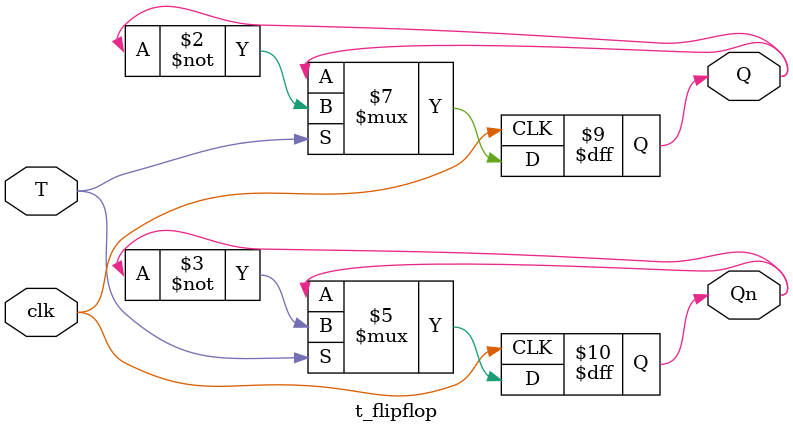
<source format=v>

module sr_flipflop(
    input S, R, clk,
    output reg Q, Qn
);
    always @(posedge clk) begin
        case ({S, R})
            2'b00: ; 
            2'b01: begin
                Q <= 1'b0;
                Qn <= 1'b1;
            end
            2'b10: begin
                Q <= 1'b1;
                Qn <= 1'b0;
            end
            2'b11: begin
                Q <= 1'bx;
                Qn <= 1'bx;
            end
        endcase
    end
endmodule

module d_flipflop(
    input D, clk,
    output reg Q, Qn
);
    always @(posedge clk) begin
        Q <= D;
        Qn <= ~D;
    end
endmodule

module jk_flipflop(
    input J, K, clk,
    output reg Q, Qn
);
    always @(posedge clk) begin
        case ({J, K})
            2'b00: ; 
            2'b01: begin
                Q <= 1'b0;
                Qn <= 1'b1;
            end
            2'b10: begin
                Q <= 1'b1;
                Qn <= 1'b0;
            end
            2'b11: begin
                Q <= ~Q;
                Qn <= ~Qn;
            end
        endcase
    end
endmodule

module t_flipflop(
    input T, clk,
    output reg Q, Qn
);
    initial begin
        Q = 1'b0;
        Qn = 1'b1;
    end
    
    always @(posedge clk) begin
        if (T) begin
            Q <= ~Q;
            Qn <= ~Qn;
        end
    end
endmodule

</source>
